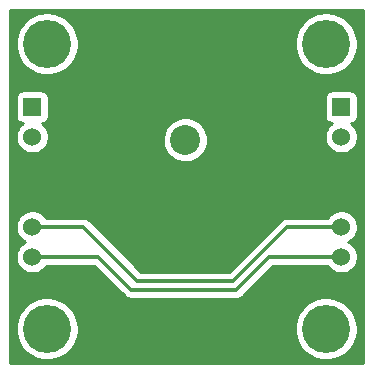
<source format=gbl>
G04 (created by PCBNEW-RS274X (2010-04-21 BZR 23xx)-stable) date Mon 25 Apr 2011 12:09:09 AM CEST*
G01*
G70*
G90*
%MOIN*%
G04 Gerber Fmt 3.4, Leading zero omitted, Abs format*
%FSLAX34Y34*%
G04 APERTURE LIST*
%ADD10C,0.006000*%
%ADD11R,0.060000X0.060000*%
%ADD12C,0.060000*%
%ADD13C,0.160000*%
%ADD14R,0.100000X0.100000*%
%ADD15C,0.100000*%
%ADD16C,0.012000*%
%ADD17C,0.010000*%
G04 APERTURE END LIST*
G54D10*
G54D11*
X12000Y-15100D03*
G54D12*
X12000Y-16100D03*
X12000Y-17100D03*
X12000Y-18100D03*
X12000Y-19100D03*
X12000Y-20100D03*
G54D11*
X22300Y-15100D03*
G54D12*
X22300Y-16100D03*
X22300Y-17100D03*
X22300Y-18100D03*
X22300Y-19100D03*
X22300Y-20100D03*
G54D13*
X21800Y-22500D03*
X12500Y-13000D03*
X12500Y-22500D03*
X21800Y-13000D03*
G54D14*
X17100Y-19200D03*
G54D15*
X17100Y-16200D03*
G54D16*
X12000Y-19100D02*
X13700Y-19100D01*
X20500Y-19100D02*
X22300Y-19100D01*
X18700Y-20900D02*
X20500Y-19100D01*
X15500Y-20900D02*
X18700Y-20900D01*
X13700Y-19100D02*
X15500Y-20900D01*
X12000Y-20100D02*
X14200Y-20100D01*
X19900Y-20100D02*
X22300Y-20100D01*
X18800Y-21200D02*
X19900Y-20100D01*
X15300Y-21200D02*
X18800Y-21200D01*
X14200Y-20100D02*
X15300Y-21200D01*
X17100Y-19200D02*
X17100Y-18100D01*
X12000Y-17100D02*
X12000Y-18100D01*
X12000Y-18100D02*
X17100Y-18100D01*
X17100Y-18100D02*
X22300Y-18100D01*
X22300Y-18100D02*
X22300Y-17100D01*
G54D17*
X11275Y-11875D02*
X23025Y-11875D01*
X11275Y-11955D02*
X12373Y-11955D01*
X12630Y-11955D02*
X21673Y-11955D01*
X21930Y-11955D02*
X23025Y-11955D01*
X11275Y-12035D02*
X12086Y-12035D01*
X12915Y-12035D02*
X21386Y-12035D01*
X22215Y-12035D02*
X23025Y-12035D01*
X11275Y-12115D02*
X11935Y-12115D01*
X13066Y-12115D02*
X21235Y-12115D01*
X22366Y-12115D02*
X23025Y-12115D01*
X11275Y-12195D02*
X11822Y-12195D01*
X13180Y-12195D02*
X21122Y-12195D01*
X22480Y-12195D02*
X23025Y-12195D01*
X11275Y-12275D02*
X11740Y-12275D01*
X13260Y-12275D02*
X21040Y-12275D01*
X22560Y-12275D02*
X23025Y-12275D01*
X11275Y-12355D02*
X11670Y-12355D01*
X13333Y-12355D02*
X20970Y-12355D01*
X22633Y-12355D02*
X23025Y-12355D01*
X11275Y-12435D02*
X11615Y-12435D01*
X13386Y-12435D02*
X20915Y-12435D01*
X22686Y-12435D02*
X23025Y-12435D01*
X11275Y-12515D02*
X11566Y-12515D01*
X13437Y-12515D02*
X20866Y-12515D01*
X22737Y-12515D02*
X23025Y-12515D01*
X11275Y-12595D02*
X11531Y-12595D01*
X13469Y-12595D02*
X20831Y-12595D01*
X22769Y-12595D02*
X23025Y-12595D01*
X11275Y-12675D02*
X11497Y-12675D01*
X13502Y-12675D02*
X20797Y-12675D01*
X22802Y-12675D02*
X23025Y-12675D01*
X11275Y-12755D02*
X11479Y-12755D01*
X13522Y-12755D02*
X20779Y-12755D01*
X22822Y-12755D02*
X23025Y-12755D01*
X11275Y-12835D02*
X11462Y-12835D01*
X13538Y-12835D02*
X20762Y-12835D01*
X22838Y-12835D02*
X23025Y-12835D01*
X11275Y-12915D02*
X11452Y-12915D01*
X13549Y-12915D02*
X20752Y-12915D01*
X22849Y-12915D02*
X23025Y-12915D01*
X11275Y-12995D02*
X11451Y-12995D01*
X13548Y-12995D02*
X20751Y-12995D01*
X22848Y-12995D02*
X23025Y-12995D01*
X11275Y-13075D02*
X11450Y-13075D01*
X13547Y-13075D02*
X20750Y-13075D01*
X22847Y-13075D02*
X23025Y-13075D01*
X11275Y-13155D02*
X11461Y-13155D01*
X13541Y-13155D02*
X20761Y-13155D01*
X22841Y-13155D02*
X23025Y-13155D01*
X11275Y-13235D02*
X11475Y-13235D01*
X13523Y-13235D02*
X20775Y-13235D01*
X22823Y-13235D02*
X23025Y-13235D01*
X11275Y-13315D02*
X11495Y-13315D01*
X13505Y-13315D02*
X20795Y-13315D01*
X22805Y-13315D02*
X23025Y-13315D01*
X11275Y-13395D02*
X11527Y-13395D01*
X13473Y-13395D02*
X20827Y-13395D01*
X22773Y-13395D02*
X23025Y-13395D01*
X11275Y-13475D02*
X11559Y-13475D01*
X13437Y-13475D02*
X20859Y-13475D01*
X22737Y-13475D02*
X23025Y-13475D01*
X11275Y-13555D02*
X11608Y-13555D01*
X13393Y-13555D02*
X20908Y-13555D01*
X22693Y-13555D02*
X23025Y-13555D01*
X11275Y-13635D02*
X11660Y-13635D01*
X13336Y-13635D02*
X20960Y-13635D01*
X22636Y-13635D02*
X23025Y-13635D01*
X11275Y-13715D02*
X11730Y-13715D01*
X13271Y-13715D02*
X21030Y-13715D01*
X22571Y-13715D02*
X23025Y-13715D01*
X11275Y-13795D02*
X11808Y-13795D01*
X13187Y-13795D02*
X21108Y-13795D01*
X22487Y-13795D02*
X23025Y-13795D01*
X11275Y-13875D02*
X11919Y-13875D01*
X13081Y-13875D02*
X21219Y-13875D01*
X22381Y-13875D02*
X23025Y-13875D01*
X11275Y-13955D02*
X12063Y-13955D01*
X12942Y-13955D02*
X21363Y-13955D01*
X22242Y-13955D02*
X23025Y-13955D01*
X11275Y-14035D02*
X12316Y-14035D01*
X12676Y-14035D02*
X21616Y-14035D01*
X21976Y-14035D02*
X23025Y-14035D01*
X11275Y-14115D02*
X23025Y-14115D01*
X11275Y-14195D02*
X23025Y-14195D01*
X11275Y-14275D02*
X23025Y-14275D01*
X11275Y-14355D02*
X23025Y-14355D01*
X11275Y-14435D02*
X23025Y-14435D01*
X11275Y-14515D02*
X23025Y-14515D01*
X11275Y-14595D02*
X11558Y-14595D01*
X12443Y-14595D02*
X21857Y-14595D01*
X22743Y-14595D02*
X23025Y-14595D01*
X11275Y-14675D02*
X11483Y-14675D01*
X12517Y-14675D02*
X21783Y-14675D01*
X22817Y-14675D02*
X23025Y-14675D01*
X11275Y-14755D02*
X11454Y-14755D01*
X12547Y-14755D02*
X21754Y-14755D01*
X22847Y-14755D02*
X23025Y-14755D01*
X11275Y-14835D02*
X11450Y-14835D01*
X12550Y-14835D02*
X21750Y-14835D01*
X22850Y-14835D02*
X23025Y-14835D01*
X11275Y-14915D02*
X11450Y-14915D01*
X12550Y-14915D02*
X21750Y-14915D01*
X22850Y-14915D02*
X23025Y-14915D01*
X11275Y-14995D02*
X11450Y-14995D01*
X12550Y-14995D02*
X21750Y-14995D01*
X22850Y-14995D02*
X23025Y-14995D01*
X11275Y-15075D02*
X11450Y-15075D01*
X12550Y-15075D02*
X21750Y-15075D01*
X22850Y-15075D02*
X23025Y-15075D01*
X11275Y-15155D02*
X11450Y-15155D01*
X12550Y-15155D02*
X21750Y-15155D01*
X22850Y-15155D02*
X23025Y-15155D01*
X11275Y-15235D02*
X11450Y-15235D01*
X12550Y-15235D02*
X21750Y-15235D01*
X22850Y-15235D02*
X23025Y-15235D01*
X11275Y-15315D02*
X11450Y-15315D01*
X12550Y-15315D02*
X21750Y-15315D01*
X22850Y-15315D02*
X23025Y-15315D01*
X11275Y-15395D02*
X11450Y-15395D01*
X12550Y-15395D02*
X21750Y-15395D01*
X22850Y-15395D02*
X23025Y-15395D01*
X11275Y-15475D02*
X11460Y-15475D01*
X12540Y-15475D02*
X16904Y-15475D01*
X17294Y-15475D02*
X21760Y-15475D01*
X22840Y-15475D02*
X23025Y-15475D01*
X11275Y-15555D02*
X11503Y-15555D01*
X12496Y-15555D02*
X16719Y-15555D01*
X17484Y-15555D02*
X21803Y-15555D01*
X22796Y-15555D02*
X23025Y-15555D01*
X11275Y-15635D02*
X11613Y-15635D01*
X12386Y-15635D02*
X16607Y-15635D01*
X17595Y-15635D02*
X21913Y-15635D01*
X22686Y-15635D02*
X23025Y-15635D01*
X11275Y-15715D02*
X11609Y-15715D01*
X12392Y-15715D02*
X16526Y-15715D01*
X17674Y-15715D02*
X21909Y-15715D01*
X22692Y-15715D02*
X23025Y-15715D01*
X11275Y-15795D02*
X11544Y-15795D01*
X12457Y-15795D02*
X16470Y-15795D01*
X17731Y-15795D02*
X21844Y-15795D01*
X22757Y-15795D02*
X23025Y-15795D01*
X11275Y-15875D02*
X11500Y-15875D01*
X12502Y-15875D02*
X16425Y-15875D01*
X17777Y-15875D02*
X21800Y-15875D01*
X22802Y-15875D02*
X23025Y-15875D01*
X11275Y-15955D02*
X11470Y-15955D01*
X12531Y-15955D02*
X16391Y-15955D01*
X17810Y-15955D02*
X21770Y-15955D01*
X22831Y-15955D02*
X23025Y-15955D01*
X11275Y-16035D02*
X11453Y-16035D01*
X12547Y-16035D02*
X16370Y-16035D01*
X17832Y-16035D02*
X21753Y-16035D01*
X22847Y-16035D02*
X23025Y-16035D01*
X11275Y-16115D02*
X11451Y-16115D01*
X12547Y-16115D02*
X16353Y-16115D01*
X17847Y-16115D02*
X21751Y-16115D01*
X22847Y-16115D02*
X23025Y-16115D01*
X11275Y-16195D02*
X11459Y-16195D01*
X12541Y-16195D02*
X16351Y-16195D01*
X17848Y-16195D02*
X21759Y-16195D01*
X22841Y-16195D02*
X23025Y-16195D01*
X11275Y-16275D02*
X11478Y-16275D01*
X12523Y-16275D02*
X16352Y-16275D01*
X17847Y-16275D02*
X21778Y-16275D01*
X22823Y-16275D02*
X23025Y-16275D01*
X11275Y-16355D02*
X11510Y-16355D01*
X12487Y-16355D02*
X16366Y-16355D01*
X17833Y-16355D02*
X21810Y-16355D01*
X22787Y-16355D02*
X23025Y-16355D01*
X11275Y-16435D02*
X11562Y-16435D01*
X12435Y-16435D02*
X16387Y-16435D01*
X17814Y-16435D02*
X21862Y-16435D01*
X22735Y-16435D02*
X23025Y-16435D01*
X11275Y-16515D02*
X11638Y-16515D01*
X12360Y-16515D02*
X16418Y-16515D01*
X17779Y-16515D02*
X21938Y-16515D01*
X22660Y-16515D02*
X23025Y-16515D01*
X11275Y-16595D02*
X11760Y-16595D01*
X12241Y-16595D02*
X16463Y-16595D01*
X17737Y-16595D02*
X22060Y-16595D01*
X22541Y-16595D02*
X23025Y-16595D01*
X11275Y-16675D02*
X16517Y-16675D01*
X17681Y-16675D02*
X23025Y-16675D01*
X11275Y-16755D02*
X16594Y-16755D01*
X17602Y-16755D02*
X23025Y-16755D01*
X11275Y-16835D02*
X16700Y-16835D01*
X17497Y-16835D02*
X23025Y-16835D01*
X11275Y-16915D02*
X16864Y-16915D01*
X17327Y-16915D02*
X23025Y-16915D01*
X11275Y-16995D02*
X23025Y-16995D01*
X11275Y-17075D02*
X23025Y-17075D01*
X11275Y-17155D02*
X23025Y-17155D01*
X11275Y-17235D02*
X23025Y-17235D01*
X11275Y-17315D02*
X23025Y-17315D01*
X11275Y-17395D02*
X23025Y-17395D01*
X11275Y-17475D02*
X23025Y-17475D01*
X11275Y-17555D02*
X23025Y-17555D01*
X11275Y-17635D02*
X23025Y-17635D01*
X11275Y-17715D02*
X23025Y-17715D01*
X11275Y-17795D02*
X23025Y-17795D01*
X11275Y-17875D02*
X23025Y-17875D01*
X11275Y-17955D02*
X23025Y-17955D01*
X11275Y-18035D02*
X23025Y-18035D01*
X11275Y-18115D02*
X23025Y-18115D01*
X11275Y-18195D02*
X23025Y-18195D01*
X11275Y-18275D02*
X23025Y-18275D01*
X11275Y-18355D02*
X23025Y-18355D01*
X11275Y-18435D02*
X23025Y-18435D01*
X11275Y-18515D02*
X23025Y-18515D01*
X11275Y-18595D02*
X11784Y-18595D01*
X12215Y-18595D02*
X22084Y-18595D01*
X22515Y-18595D02*
X23025Y-18595D01*
X11275Y-18675D02*
X11649Y-18675D01*
X12352Y-18675D02*
X21949Y-18675D01*
X22652Y-18675D02*
X23025Y-18675D01*
X11275Y-18755D02*
X11571Y-18755D01*
X12430Y-18755D02*
X21871Y-18755D01*
X22730Y-18755D02*
X23025Y-18755D01*
X11275Y-18835D02*
X11517Y-18835D01*
X13859Y-18835D02*
X20342Y-18835D01*
X22783Y-18835D02*
X23025Y-18835D01*
X11275Y-18915D02*
X11482Y-18915D01*
X13953Y-18915D02*
X20246Y-18915D01*
X22818Y-18915D02*
X23025Y-18915D01*
X11275Y-18995D02*
X11462Y-18995D01*
X14033Y-18995D02*
X20166Y-18995D01*
X22839Y-18995D02*
X23025Y-18995D01*
X11275Y-19075D02*
X11452Y-19075D01*
X14113Y-19075D02*
X20086Y-19075D01*
X22848Y-19075D02*
X23025Y-19075D01*
X11275Y-19155D02*
X11451Y-19155D01*
X14193Y-19155D02*
X20006Y-19155D01*
X22847Y-19155D02*
X23025Y-19155D01*
X11275Y-19235D02*
X11466Y-19235D01*
X14273Y-19235D02*
X19926Y-19235D01*
X22832Y-19235D02*
X23025Y-19235D01*
X11275Y-19315D02*
X11494Y-19315D01*
X14353Y-19315D02*
X19846Y-19315D01*
X22805Y-19315D02*
X23025Y-19315D01*
X11275Y-19395D02*
X11536Y-19395D01*
X14433Y-19395D02*
X19766Y-19395D01*
X22763Y-19395D02*
X23025Y-19395D01*
X11275Y-19475D02*
X11599Y-19475D01*
X14513Y-19475D02*
X19686Y-19475D01*
X22702Y-19475D02*
X23025Y-19475D01*
X11275Y-19555D02*
X11692Y-19555D01*
X14593Y-19555D02*
X19606Y-19555D01*
X22608Y-19555D02*
X23025Y-19555D01*
X11275Y-19635D02*
X11708Y-19635D01*
X14673Y-19635D02*
X19526Y-19635D01*
X22592Y-19635D02*
X23025Y-19635D01*
X11275Y-19715D02*
X11609Y-19715D01*
X14753Y-19715D02*
X19446Y-19715D01*
X22692Y-19715D02*
X23025Y-19715D01*
X11275Y-19795D02*
X11544Y-19795D01*
X14833Y-19795D02*
X19366Y-19795D01*
X22757Y-19795D02*
X23025Y-19795D01*
X11275Y-19875D02*
X11500Y-19875D01*
X14913Y-19875D02*
X19286Y-19875D01*
X22802Y-19875D02*
X23025Y-19875D01*
X11275Y-19955D02*
X11470Y-19955D01*
X14993Y-19955D02*
X19206Y-19955D01*
X22831Y-19955D02*
X23025Y-19955D01*
X11275Y-20035D02*
X11453Y-20035D01*
X15073Y-20035D02*
X19126Y-20035D01*
X22847Y-20035D02*
X23025Y-20035D01*
X11275Y-20115D02*
X11451Y-20115D01*
X15153Y-20115D02*
X19046Y-20115D01*
X22847Y-20115D02*
X23025Y-20115D01*
X11275Y-20195D02*
X11459Y-20195D01*
X15233Y-20195D02*
X18966Y-20195D01*
X22841Y-20195D02*
X23025Y-20195D01*
X11275Y-20275D02*
X11478Y-20275D01*
X15313Y-20275D02*
X18886Y-20275D01*
X22823Y-20275D02*
X23025Y-20275D01*
X11275Y-20355D02*
X11510Y-20355D01*
X15393Y-20355D02*
X18806Y-20355D01*
X22787Y-20355D02*
X23025Y-20355D01*
X11275Y-20435D02*
X11562Y-20435D01*
X12435Y-20435D02*
X14096Y-20435D01*
X15473Y-20435D02*
X18726Y-20435D01*
X20003Y-20435D02*
X21862Y-20435D01*
X22735Y-20435D02*
X23025Y-20435D01*
X11275Y-20515D02*
X11638Y-20515D01*
X12360Y-20515D02*
X14176Y-20515D01*
X15553Y-20515D02*
X18646Y-20515D01*
X19923Y-20515D02*
X21938Y-20515D01*
X22660Y-20515D02*
X23025Y-20515D01*
X11275Y-20595D02*
X11760Y-20595D01*
X12241Y-20595D02*
X14256Y-20595D01*
X19843Y-20595D02*
X22060Y-20595D01*
X22541Y-20595D02*
X23025Y-20595D01*
X11275Y-20675D02*
X14336Y-20675D01*
X19763Y-20675D02*
X23025Y-20675D01*
X11275Y-20755D02*
X14416Y-20755D01*
X19683Y-20755D02*
X23025Y-20755D01*
X11275Y-20835D02*
X14496Y-20835D01*
X19603Y-20835D02*
X23025Y-20835D01*
X11275Y-20915D02*
X14576Y-20915D01*
X19523Y-20915D02*
X23025Y-20915D01*
X11275Y-20995D02*
X14656Y-20995D01*
X19443Y-20995D02*
X23025Y-20995D01*
X11275Y-21075D02*
X14736Y-21075D01*
X19363Y-21075D02*
X23025Y-21075D01*
X11275Y-21155D02*
X14816Y-21155D01*
X19283Y-21155D02*
X23025Y-21155D01*
X11275Y-21235D02*
X14896Y-21235D01*
X19203Y-21235D02*
X23025Y-21235D01*
X11275Y-21315D02*
X14976Y-21315D01*
X19123Y-21315D02*
X23025Y-21315D01*
X11275Y-21395D02*
X15056Y-21395D01*
X19043Y-21395D02*
X23025Y-21395D01*
X11275Y-21475D02*
X12270Y-21475D01*
X12729Y-21475D02*
X15159Y-21475D01*
X18938Y-21475D02*
X21570Y-21475D01*
X22029Y-21475D02*
X23025Y-21475D01*
X11275Y-21555D02*
X12036Y-21555D01*
X12962Y-21555D02*
X21336Y-21555D01*
X22262Y-21555D02*
X23025Y-21555D01*
X11275Y-21635D02*
X11905Y-21635D01*
X13096Y-21635D02*
X21205Y-21635D01*
X22396Y-21635D02*
X23025Y-21635D01*
X11275Y-21715D02*
X11802Y-21715D01*
X13200Y-21715D02*
X21102Y-21715D01*
X22500Y-21715D02*
X23025Y-21715D01*
X11275Y-21795D02*
X11720Y-21795D01*
X13280Y-21795D02*
X21020Y-21795D01*
X22580Y-21795D02*
X23025Y-21795D01*
X11275Y-21875D02*
X11656Y-21875D01*
X13346Y-21875D02*
X20956Y-21875D01*
X22646Y-21875D02*
X23025Y-21875D01*
X11275Y-21955D02*
X11601Y-21955D01*
X13399Y-21955D02*
X20901Y-21955D01*
X22699Y-21955D02*
X23025Y-21955D01*
X11275Y-22035D02*
X11557Y-22035D01*
X13445Y-22035D02*
X20857Y-22035D01*
X22745Y-22035D02*
X23025Y-22035D01*
X11275Y-22115D02*
X11523Y-22115D01*
X13478Y-22115D02*
X20823Y-22115D01*
X22778Y-22115D02*
X23025Y-22115D01*
X11275Y-22195D02*
X11492Y-22195D01*
X13510Y-22195D02*
X20792Y-22195D01*
X22810Y-22195D02*
X23025Y-22195D01*
X11275Y-22275D02*
X11475Y-22275D01*
X13526Y-22275D02*
X20775Y-22275D01*
X22826Y-22275D02*
X23025Y-22275D01*
X11275Y-22355D02*
X11458Y-22355D01*
X13542Y-22355D02*
X20758Y-22355D01*
X22842Y-22355D02*
X23025Y-22355D01*
X11275Y-22435D02*
X11452Y-22435D01*
X13549Y-22435D02*
X20752Y-22435D01*
X22849Y-22435D02*
X23025Y-22435D01*
X11275Y-22515D02*
X11451Y-22515D01*
X13548Y-22515D02*
X20751Y-22515D01*
X22848Y-22515D02*
X23025Y-22515D01*
X11275Y-22595D02*
X11450Y-22595D01*
X13547Y-22595D02*
X20750Y-22595D01*
X22847Y-22595D02*
X23025Y-22595D01*
X11275Y-22675D02*
X11464Y-22675D01*
X13537Y-22675D02*
X20764Y-22675D01*
X22837Y-22675D02*
X23025Y-22675D01*
X11275Y-22755D02*
X11479Y-22755D01*
X13518Y-22755D02*
X20779Y-22755D01*
X22818Y-22755D02*
X23025Y-22755D01*
X11275Y-22835D02*
X11503Y-22835D01*
X13500Y-22835D02*
X20803Y-22835D01*
X22800Y-22835D02*
X23025Y-22835D01*
X11275Y-22915D02*
X11535Y-22915D01*
X13464Y-22915D02*
X20835Y-22915D01*
X22764Y-22915D02*
X23025Y-22915D01*
X11275Y-22995D02*
X11570Y-22995D01*
X13428Y-22995D02*
X20870Y-22995D01*
X22728Y-22995D02*
X23025Y-22995D01*
X11275Y-23075D02*
X11621Y-23075D01*
X13379Y-23075D02*
X20921Y-23075D01*
X22679Y-23075D02*
X23025Y-23075D01*
X11275Y-23155D02*
X11673Y-23155D01*
X13322Y-23155D02*
X20973Y-23155D01*
X22622Y-23155D02*
X23025Y-23155D01*
X11275Y-23235D02*
X11750Y-23235D01*
X13250Y-23235D02*
X21050Y-23235D01*
X22550Y-23235D02*
X23025Y-23235D01*
X11275Y-23315D02*
X11833Y-23315D01*
X13166Y-23315D02*
X21133Y-23315D01*
X22466Y-23315D02*
X23025Y-23315D01*
X11275Y-23395D02*
X11947Y-23395D01*
X13049Y-23395D02*
X21247Y-23395D01*
X22349Y-23395D02*
X23025Y-23395D01*
X11275Y-23475D02*
X12109Y-23475D01*
X12890Y-23475D02*
X21409Y-23475D01*
X22190Y-23475D02*
X23025Y-23475D01*
X11275Y-23555D02*
X23025Y-23555D01*
X23025Y-23625D02*
X23025Y-11875D01*
X11275Y-11875D01*
X11275Y-23625D01*
X12581Y-23625D01*
X12581Y-23552D01*
X12375Y-23548D01*
X12174Y-23503D01*
X11985Y-23421D01*
X11816Y-23303D01*
X11673Y-23155D01*
X11562Y-22982D01*
X11486Y-22791D01*
X11449Y-22588D01*
X11452Y-22382D01*
X11494Y-22181D01*
X11575Y-21992D01*
X11692Y-21822D01*
X11839Y-21678D01*
X12011Y-21565D01*
X12202Y-21488D01*
X12404Y-21449D01*
X12610Y-21451D01*
X12812Y-21492D01*
X13002Y-21572D01*
X13172Y-21687D01*
X13318Y-21833D01*
X13432Y-22005D01*
X13510Y-22195D01*
X13550Y-22397D01*
X13547Y-22632D01*
X13501Y-22833D01*
X13417Y-23021D01*
X13299Y-23189D01*
X13150Y-23331D01*
X12976Y-23442D01*
X12784Y-23516D01*
X12581Y-23552D01*
X12581Y-23625D01*
X18797Y-23625D01*
X18797Y-21510D01*
X15296Y-21510D01*
X15259Y-21505D01*
X15239Y-21504D01*
X15180Y-21486D01*
X15178Y-21485D01*
X15178Y-21485D01*
X15125Y-21456D01*
X15109Y-21442D01*
X15080Y-21419D01*
X14071Y-20410D01*
X12453Y-20410D01*
X12418Y-20460D01*
X12340Y-20535D01*
X12249Y-20592D01*
X12149Y-20631D01*
X12042Y-20650D01*
X11935Y-20648D01*
X11830Y-20625D01*
X11731Y-20582D01*
X11643Y-20520D01*
X11568Y-20443D01*
X11509Y-20352D01*
X11470Y-20252D01*
X11450Y-20146D01*
X11452Y-20039D01*
X11474Y-19933D01*
X11517Y-19834D01*
X11577Y-19746D01*
X11654Y-19670D01*
X11744Y-19611D01*
X11771Y-19599D01*
X11731Y-19582D01*
X11643Y-19520D01*
X11568Y-19443D01*
X11509Y-19352D01*
X11470Y-19252D01*
X11450Y-19146D01*
X11452Y-19039D01*
X11474Y-18933D01*
X11517Y-18834D01*
X11577Y-18746D01*
X11654Y-18670D01*
X11744Y-18611D01*
X11844Y-18571D01*
X11950Y-18551D01*
X12042Y-18551D01*
X12042Y-16650D01*
X11935Y-16648D01*
X11830Y-16625D01*
X11731Y-16582D01*
X11643Y-16520D01*
X11568Y-16443D01*
X11509Y-16352D01*
X11470Y-16252D01*
X11450Y-16146D01*
X11452Y-16039D01*
X11474Y-15933D01*
X11517Y-15834D01*
X11577Y-15746D01*
X11654Y-15670D01*
X11684Y-15650D01*
X11673Y-15650D01*
X11625Y-15640D01*
X11580Y-15621D01*
X11540Y-15593D01*
X11505Y-15558D01*
X11478Y-15517D01*
X11459Y-15472D01*
X11450Y-15424D01*
X11450Y-14773D01*
X11460Y-14725D01*
X11479Y-14680D01*
X11507Y-14640D01*
X11542Y-14605D01*
X11583Y-14578D01*
X11628Y-14559D01*
X11676Y-14550D01*
X12327Y-14550D01*
X12375Y-14560D01*
X12420Y-14579D01*
X12460Y-14607D01*
X12495Y-14642D01*
X12522Y-14683D01*
X12541Y-14728D01*
X12550Y-14776D01*
X12550Y-15427D01*
X12540Y-15475D01*
X12521Y-15520D01*
X12493Y-15560D01*
X12458Y-15595D01*
X12417Y-15622D01*
X12372Y-15641D01*
X12324Y-15650D01*
X12314Y-15650D01*
X12352Y-15675D01*
X12427Y-15751D01*
X12487Y-15841D01*
X12528Y-15940D01*
X12549Y-16046D01*
X12547Y-16169D01*
X12524Y-16274D01*
X12480Y-16372D01*
X12418Y-16460D01*
X12340Y-16535D01*
X12249Y-16592D01*
X12149Y-16631D01*
X12042Y-16650D01*
X12042Y-18551D01*
X12057Y-18551D01*
X12163Y-18573D01*
X12262Y-18615D01*
X12352Y-18675D01*
X12427Y-18751D01*
X12453Y-18790D01*
X12581Y-18790D01*
X12581Y-14052D01*
X12375Y-14048D01*
X12174Y-14003D01*
X11985Y-13921D01*
X11816Y-13803D01*
X11673Y-13655D01*
X11562Y-13482D01*
X11486Y-13291D01*
X11449Y-13088D01*
X11452Y-12882D01*
X11494Y-12681D01*
X11575Y-12492D01*
X11692Y-12322D01*
X11839Y-12178D01*
X12011Y-12065D01*
X12202Y-11988D01*
X12404Y-11949D01*
X12610Y-11951D01*
X12812Y-11992D01*
X13002Y-12072D01*
X13172Y-12187D01*
X13318Y-12333D01*
X13432Y-12505D01*
X13510Y-12695D01*
X13550Y-12897D01*
X13547Y-13132D01*
X13501Y-13333D01*
X13417Y-13521D01*
X13299Y-13689D01*
X13150Y-13831D01*
X12976Y-13942D01*
X12784Y-14016D01*
X12581Y-14052D01*
X12581Y-18790D01*
X13701Y-18790D01*
X13704Y-18790D01*
X13722Y-18792D01*
X13761Y-18796D01*
X13820Y-18814D01*
X13821Y-18814D01*
X13822Y-18815D01*
X13875Y-18844D01*
X13904Y-18869D01*
X13919Y-18881D01*
X13921Y-18883D01*
X15628Y-20590D01*
X17157Y-20590D01*
X17157Y-16950D01*
X17010Y-16947D01*
X16867Y-16916D01*
X16732Y-16857D01*
X16612Y-16773D01*
X16510Y-16667D01*
X16430Y-16544D01*
X16376Y-16407D01*
X16350Y-16263D01*
X16352Y-16116D01*
X16383Y-15972D01*
X16441Y-15837D01*
X16524Y-15716D01*
X16629Y-15613D01*
X16752Y-15533D01*
X16888Y-15478D01*
X17032Y-15451D01*
X17179Y-15452D01*
X17323Y-15481D01*
X17458Y-15538D01*
X17580Y-15620D01*
X17683Y-15725D01*
X17765Y-15847D01*
X17821Y-15983D01*
X17849Y-16127D01*
X17847Y-16295D01*
X17814Y-16438D01*
X17754Y-16572D01*
X17669Y-16692D01*
X17563Y-16793D01*
X17439Y-16872D01*
X17302Y-16925D01*
X17157Y-16950D01*
X17157Y-20590D01*
X18571Y-20590D01*
X20280Y-18881D01*
X20283Y-18878D01*
X20304Y-18861D01*
X20328Y-18842D01*
X20382Y-18813D01*
X20440Y-18796D01*
X20500Y-18790D01*
X21847Y-18790D01*
X21877Y-18746D01*
X21954Y-18670D01*
X22044Y-18611D01*
X22144Y-18571D01*
X22250Y-18551D01*
X22342Y-18551D01*
X22342Y-16650D01*
X22235Y-16648D01*
X22130Y-16625D01*
X22031Y-16582D01*
X21943Y-16520D01*
X21868Y-16443D01*
X21809Y-16352D01*
X21770Y-16252D01*
X21750Y-16146D01*
X21752Y-16039D01*
X21774Y-15933D01*
X21817Y-15834D01*
X21877Y-15746D01*
X21954Y-15670D01*
X21984Y-15650D01*
X21973Y-15650D01*
X21925Y-15640D01*
X21880Y-15621D01*
X21840Y-15593D01*
X21805Y-15558D01*
X21778Y-15517D01*
X21759Y-15472D01*
X21750Y-15424D01*
X21750Y-14773D01*
X21760Y-14725D01*
X21779Y-14680D01*
X21807Y-14640D01*
X21842Y-14605D01*
X21881Y-14579D01*
X21881Y-14052D01*
X21675Y-14048D01*
X21474Y-14003D01*
X21285Y-13921D01*
X21116Y-13803D01*
X20973Y-13655D01*
X20862Y-13482D01*
X20786Y-13291D01*
X20749Y-13088D01*
X20752Y-12882D01*
X20794Y-12681D01*
X20875Y-12492D01*
X20992Y-12322D01*
X21139Y-12178D01*
X21311Y-12065D01*
X21502Y-11988D01*
X21704Y-11949D01*
X21910Y-11951D01*
X22112Y-11992D01*
X22302Y-12072D01*
X22472Y-12187D01*
X22618Y-12333D01*
X22732Y-12505D01*
X22810Y-12695D01*
X22850Y-12897D01*
X22847Y-13132D01*
X22801Y-13333D01*
X22717Y-13521D01*
X22599Y-13689D01*
X22450Y-13831D01*
X22276Y-13942D01*
X22084Y-14016D01*
X21881Y-14052D01*
X21881Y-14579D01*
X21883Y-14578D01*
X21928Y-14559D01*
X21976Y-14550D01*
X22627Y-14550D01*
X22675Y-14560D01*
X22720Y-14579D01*
X22760Y-14607D01*
X22795Y-14642D01*
X22822Y-14683D01*
X22841Y-14728D01*
X22850Y-14776D01*
X22850Y-15427D01*
X22840Y-15475D01*
X22821Y-15520D01*
X22793Y-15560D01*
X22758Y-15595D01*
X22717Y-15622D01*
X22672Y-15641D01*
X22624Y-15650D01*
X22614Y-15650D01*
X22652Y-15675D01*
X22727Y-15751D01*
X22787Y-15841D01*
X22828Y-15940D01*
X22849Y-16046D01*
X22847Y-16169D01*
X22824Y-16274D01*
X22780Y-16372D01*
X22718Y-16460D01*
X22640Y-16535D01*
X22549Y-16592D01*
X22449Y-16631D01*
X22342Y-16650D01*
X22342Y-18551D01*
X22357Y-18551D01*
X22463Y-18573D01*
X22562Y-18615D01*
X22652Y-18675D01*
X22727Y-18751D01*
X22787Y-18841D01*
X22828Y-18940D01*
X22849Y-19046D01*
X22847Y-19169D01*
X22824Y-19274D01*
X22780Y-19372D01*
X22718Y-19460D01*
X22640Y-19535D01*
X22549Y-19592D01*
X22527Y-19600D01*
X22562Y-19615D01*
X22652Y-19675D01*
X22727Y-19751D01*
X22787Y-19841D01*
X22828Y-19940D01*
X22849Y-20046D01*
X22847Y-20169D01*
X22824Y-20274D01*
X22780Y-20372D01*
X22718Y-20460D01*
X22640Y-20535D01*
X22549Y-20592D01*
X22449Y-20631D01*
X22342Y-20650D01*
X22235Y-20648D01*
X22130Y-20625D01*
X22031Y-20582D01*
X21943Y-20520D01*
X21868Y-20443D01*
X21846Y-20410D01*
X20028Y-20410D01*
X19019Y-21419D01*
X19017Y-21420D01*
X19016Y-21422D01*
X18996Y-21437D01*
X18972Y-21458D01*
X18970Y-21458D01*
X18969Y-21460D01*
X18947Y-21470D01*
X18918Y-21487D01*
X18915Y-21487D01*
X18915Y-21488D01*
X18857Y-21505D01*
X18814Y-21508D01*
X18800Y-21510D01*
X18797Y-21510D01*
X18797Y-23625D01*
X21881Y-23625D01*
X21881Y-23552D01*
X21675Y-23548D01*
X21474Y-23503D01*
X21285Y-23421D01*
X21116Y-23303D01*
X20973Y-23155D01*
X20862Y-22982D01*
X20786Y-22791D01*
X20749Y-22588D01*
X20752Y-22382D01*
X20794Y-22181D01*
X20875Y-21992D01*
X20992Y-21822D01*
X21139Y-21678D01*
X21311Y-21565D01*
X21502Y-21488D01*
X21704Y-21449D01*
X21910Y-21451D01*
X22112Y-21492D01*
X22302Y-21572D01*
X22472Y-21687D01*
X22618Y-21833D01*
X22732Y-22005D01*
X22810Y-22195D01*
X22850Y-22397D01*
X22847Y-22632D01*
X22801Y-22833D01*
X22717Y-23021D01*
X22599Y-23189D01*
X22450Y-23331D01*
X22276Y-23442D01*
X22084Y-23516D01*
X21881Y-23552D01*
X21881Y-23625D01*
X23025Y-23625D01*
M02*

</source>
